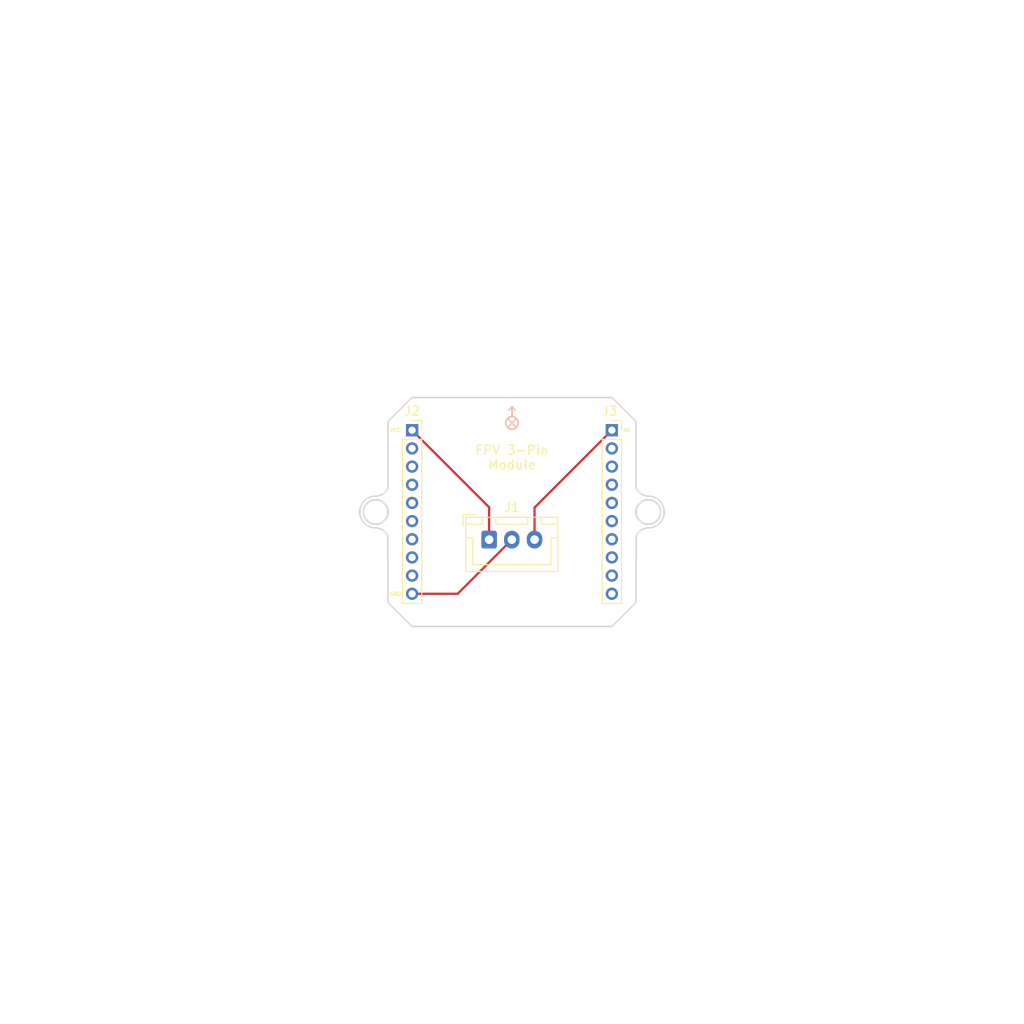
<source format=kicad_pcb>
(kicad_pcb (version 20221018) (generator pcbnew)
  (title_block (title "3-pin FPV Interface for Bitcraze Crazyflie 2.0") (date "2023-10-02") (company "Jose Ignacio Granados Marín") (comment 1 "Desarrollo de un vehículo aéreo no tripulado modular de bajo costo") (comment 2 "Trabajo Final de Graduación") (comment 3 "Área Académica de Ingeniería en Computadores") (comment 4 "Instituto Tecnológico de Costa Rica"))
  (layers (0 "F.Cu" signal) (31 "B.Cu" signal) (34 "B.Paste" user) (35 "F.Paste" user) (36 "B.SilkS" user "B.Silkscreen") (37 "F.SilkS" user "F.Silkscreen") (38 "B.Mask" user) (39 "F.Mask" user) (44 "Edge.Cuts" user))
  (net 0 "")
  (net 1 "Net-(J1-Pin_1)")
  (net 2 "Net-(J1-Pin_2)")
  (net 3 "Net-(J1-Pin_3)")
  (footprint "Connector_JST:JST_XH_B3B-XH-A_1x03_P2.50mm_Vertical" (layer "F.Cu") (at 139.05 94.17)
    (fp_text reference "J1" (at 2.5 -3.55) (layer "F.SilkS"))
    (fp_text value "Conn_01x03_Socket" hide)
    (fp_line (start -2.85 -2.75) (end -2.85 -1.5) (stroke (width 0.12)) (layer "F.SilkS"))
    (fp_line (start -2.56 -2.46) (end -2.56 3.51) (stroke (width 0.12)) (layer "F.SilkS"))
    (fp_line (start -2.56 3.51) (end 7.56 3.51) (stroke (width 0.12)) (layer "F.SilkS"))
    (fp_line (start -2.55 -2.45) (end -2.55 -1.7) (stroke (width 0.12)) (layer "F.SilkS"))
    (fp_line (start -2.55 -1.7) (end -0.75 -1.7) (stroke (width 0.12)) (layer "F.SilkS"))
    (fp_line (start -2.55 -0.2) (end -1.8 -0.2) (stroke (width 0.12)) (layer "F.SilkS"))
    (fp_line (start -1.8 -0.2) (end -1.8 2.75) (stroke (width 0.12)) (layer "F.SilkS"))
    (fp_line (start -1.8 2.75) (end 2.5 2.75) (stroke (width 0.12)) (layer "F.SilkS"))
    (fp_line (start -1.6 -2.75) (end -2.85 -2.75) (stroke (width 0.12)) (layer "F.SilkS"))
    (fp_line (start -0.75 -2.45) (end -2.55 -2.45) (stroke (width 0.12)) (layer "F.SilkS"))
    (fp_line (start -0.75 -1.7) (end -0.75 -2.45) (stroke (width 0.12)) (layer "F.SilkS"))
    (fp_line (start 0.75 -2.45) (end 0.75 -1.7) (stroke (width 0.12)) (layer "F.SilkS"))
    (fp_line (start 0.75 -1.7) (end 4.25 -1.7) (stroke (width 0.12)) (layer "F.SilkS"))
    (fp_line (start 4.25 -2.45) (end 0.75 -2.45) (stroke (width 0.12)) (layer "F.SilkS"))
    (fp_line (start 4.25 -1.7) (end 4.25 -2.45) (stroke (width 0.12)) (layer "F.SilkS"))
    (fp_line (start 5.75 -2.45) (end 5.75 -1.7) (stroke (width 0.12)) (layer "F.SilkS"))
    (fp_line (start 5.75 -1.7) (end 7.55 -1.7) (stroke (width 0.12)) (layer "F.SilkS"))
    (fp_line (start 6.8 -0.2) (end 6.8 2.75) (stroke (width 0.12)) (layer "F.SilkS"))
    (fp_line (start 6.8 2.75) (end 2.5 2.75) (stroke (width 0.12)) (layer "F.SilkS"))
    (fp_line (start 7.55 -2.45) (end 5.75 -2.45) (stroke (width 0.12)) (layer "F.SilkS"))
    (fp_line (start 7.55 -1.7) (end 7.55 -2.45) (stroke (width 0.12)) (layer "F.SilkS"))
    (fp_line (start 7.55 -0.2) (end 6.8 -0.2) (stroke (width 0.12)) (layer "F.SilkS"))
    (fp_line (start 7.56 -2.46) (end -2.56 -2.46) (stroke (width 0.12)) (layer "F.SilkS"))
    (fp_line (start 7.56 3.51) (end 7.56 -2.46) (stroke (width 0.12)) (layer "F.SilkS"))
    (pad "1" thru_hole roundrect (at 0 0) (size 1.7 1.95) (drill 0.95) (layers "*.Cu" "*.Mask") (roundrect_rratio 0.1470588235) (net 1 "Net-(J1-Pin_1)"))
    (pad "2" thru_hole oval (at 2.5 0) (size 1.7 1.95) (drill 0.95) (layers "*.Cu" "*.Mask") (net 2 "Net-(J1-Pin_2)"))
    (pad "3" thru_hole oval (at 5 0) (size 1.7 1.95) (drill 0.95) (layers "*.Cu" "*.Mask") (net 3 "Net-(J1-Pin_3)"))
  )
  (footprint "Connector_PinSocket_2.00mm:PinSocket_1x10_P2.00mm_Vertical" (layer "F.Cu") (at 130.5738 82.131)
    (fp_text reference "J2" (at 0.0062 -2.131) (layer "F.SilkS"))
    (fp_text value "Conn_01x10_Socket" hide)
    (fp_line (start -1.06 1) (end -1.06 19.06) (stroke (width 0.12)) (layer "F.SilkS"))
    (fp_line (start -1.06 1) (end 1.06 1) (stroke (width 0.12)) (layer "F.SilkS"))
    (fp_line (start -1.06 19.06) (end 1.06 19.06) (stroke (width 0.12)) (layer "F.SilkS"))
    (fp_line (start 0 -1.06) (end 1.06 -1.06) (stroke (width 0.12)) (layer "F.SilkS"))
    (fp_line (start 1.06 -1.06) (end 1.06 0) (stroke (width 0.12)) (layer "F.SilkS"))
    (fp_line (start 1.06 1) (end 1.06 19.06) (stroke (width 0.12)) (layer "F.SilkS"))
    (pad "1" thru_hole rect (at 0 0) (size 1.35 1.35) (drill 0.8) (layers "*.Cu" "*.Mask") (net 1 "Net-(J1-Pin_1)"))
    (pad "2" thru_hole oval (at 0 2) (size 1.35 1.35) (drill 0.8) (layers "*.Cu" "*.Mask"))
    (pad "3" thru_hole oval (at 0 4) (size 1.35 1.35) (drill 0.8) (layers "*.Cu" "*.Mask"))
    (pad "4" thru_hole oval (at 0 6) (size 1.35 1.35) (drill 0.8) (layers "*.Cu" "*.Mask"))
    (pad "5" thru_hole oval (at 0 8) (size 1.35 1.35) (drill 0.8) (layers "*.Cu" "*.Mask"))
    (pad "6" thru_hole oval (at 0 10) (size 1.35 1.35) (drill 0.8) (layers "*.Cu" "*.Mask"))
    (pad "7" thru_hole oval (at 0 12) (size 1.35 1.35) (drill 0.8) (layers "*.Cu" "*.Mask"))
    (pad "8" thru_hole oval (at 0 14) (size 1.35 1.35) (drill 0.8) (layers "*.Cu" "*.Mask"))
    (pad "9" thru_hole oval (at 0 16) (size 1.35 1.35) (drill 0.8) (layers "*.Cu" "*.Mask"))
    (pad "10" thru_hole oval (at 0 18) (size 1.35 1.35) (drill 0.8) (layers "*.Cu" "*.Mask") (net 2 "Net-(J1-Pin_2)"))
  )
  (footprint "bitcraze:EXP_ORIENTATION" (layer "F.Cu") (at 141.57 81.33 90)
    (fp_text reference "EXP_ORIENTATION" hide)
    (fp_text value "VAL**" hide)
    (fp_line (start 0 0) (end -0.475 -0.475) (stroke (width 0.15)) (layer "B.SilkS"))
    (fp_line (start 0 0) (end -0.475 0.475) (stroke (width 0.15)) (layer "B.SilkS"))
    (fp_line (start 0 0) (end 0.475 -0.475) (stroke (width 0.15)) (layer "B.SilkS"))
    (fp_line (start 0 0) (end 0.475 0.475) (stroke (width 0.15)) (layer "B.SilkS"))
    (fp_line (start 0.7 0) (end 1.8 0) (stroke (width 0.15)) (layer "B.SilkS"))
    (fp_line (start 1.8 0) (end 1.4 -0.35) (stroke (width 0.15)) (layer "B.SilkS"))
    (fp_line (start 1.8 0) (end 1.4 0.35) (stroke (width 0.15)) (layer "B.SilkS"))
    (fp_circle (center 0 0) (end 0.7 0.025) (stroke (width 0.15)) (fill none) (layer "B.SilkS"))
    (fp_line (start 0.7 0) (end 1.8 0) (stroke (width 0.15)) (layer "F.SilkS"))
    (fp_line (start 1.8 0) (end 1.4 -0.35) (stroke (width 0.15)) (layer "F.SilkS"))
    (fp_line (start 1.8 0) (end 1.4 0.35) (stroke (width 0.15)) (layer "F.SilkS"))
    (fp_circle (center 0 0) (end 0.075 0.025) (stroke (width 0.15)) (fill none) (layer "F.SilkS"))
    (fp_circle (center 0 0) (end 0.7 0.025) (stroke (width 0.15)) (fill none) (layer "F.SilkS"))
  )
  (footprint "Connector_PinSocket_2.00mm:PinSocket_1x10_P2.00mm_Vertical" (layer "F.Cu") (at 152.56 82.13)
    (fp_text reference "J3" (at -0.26 -2.12) (layer "F.SilkS"))
    (fp_text value "Conn_01x10_Socket" hide)
    (fp_line (start -1.06 1) (end -1.06 19.06) (stroke (width 0.12)) (layer "F.SilkS"))
    (fp_line (start -1.06 1) (end 1.06 1) (stroke (width 0.12)) (layer "F.SilkS"))
    (fp_line (start -1.06 19.06) (end 1.06 19.06) (stroke (width 0.12)) (layer "F.SilkS"))
    (fp_line (start 0 -1.06) (end 1.06 -1.06) (stroke (width 0.12)) (layer "F.SilkS"))
    (fp_line (start 1.06 -1.06) (end 1.06 0) (stroke (width 0.12)) (layer "F.SilkS"))
    (fp_line (start 1.06 1) (end 1.06 19.06) (stroke (width 0.12)) (layer "F.SilkS"))
    (pad "1" thru_hole rect (at 0 0) (size 1.35 1.35) (drill 0.8) (layers "*.Cu" "*.Mask") (net 3 "Net-(J1-Pin_3)"))
    (pad "2" thru_hole oval (at 0 2) (size 1.35 1.35) (drill 0.8) (layers "*.Cu" "*.Mask"))
    (pad "3" thru_hole oval (at 0 4) (size 1.35 1.35) (drill 0.8) (layers "*.Cu" "*.Mask"))
    (pad "4" thru_hole oval (at 0 6) (size 1.35 1.35) (drill 0.8) (layers "*.Cu" "*.Mask"))
    (pad "5" thru_hole oval (at 0 8) (size 1.35 1.35) (drill 0.8) (layers "*.Cu" "*.Mask"))
    (pad "6" thru_hole oval (at 0 10) (size 1.35 1.35) (drill 0.8) (layers "*.Cu" "*.Mask"))
    (pad "7" thru_hole oval (at 0 12) (size 1.35 1.35) (drill 0.8) (layers "*.Cu" "*.Mask"))
    (pad "8" thru_hole oval (at 0 14) (size 1.35 1.35) (drill 0.8) (layers "*.Cu" "*.Mask"))
    (pad "9" thru_hole oval (at 0 16) (size 1.35 1.35) (drill 0.8) (layers "*.Cu" "*.Mask"))
    (pad "10" thru_hole oval (at 0 18) (size 1.35 1.35) (drill 0.8) (layers "*.Cu" "*.Mask"))
  )
  (gr_line (start 158.068985 90.226924) (end 158.118114 90.314008) (stroke (width 0.15)) (layer "Edge.Cuts"))
  (gr_line (start 125.79956 92.701281) (end 125.890556 92.742717) (stroke (width 0.15)) (layer "Edge.Cuts"))
  (gr_line (start 157.956222 90.061876) (end 158.014962 90.142789) (stroke (width 0.15)) (layer "Edge.Cuts"))
  (gr_circle (center 126.57 91.13) (end 127.92 91.13) (stroke (width 0.2)) (fill none) (layer "Edge.Cuts"))
  (gr_line (start 127.410809 93.151502) (end 127.490012 93.212517) (stroke (width 0.15)) (layer "Edge.Cuts"))
  (gr_line (start 158.014962 90.142789) (end 158.068985 90.226924) (stroke (width 0.15)) (layer "Edge.Cuts"))
  (gr_line (start 155.242983 88.520967) (end 155.287026 88.610724) (stroke (width 0.15)) (layer "Edge.Cuts"))
  (gr_line (start 125.185129 92.199876) (end 125.248492 92.277222) (stroke (width 0.15)) (layer "Edge.Cuts"))
  (gr_line (start 157.954871 92.199876) (end 157.891508 92.277222) (stroke (width 0.15)) (layer "Edge.Cuts"))
  (gr_line (start 126.271467 89.405651) (end 126.173474 89.425515) (stroke (width 0.15)) (layer "Edge.Cuts"))
  (gr_line (start 127.12665 89.269266) (end 127.033021 89.304333) (stroke (width 0.15)) (layer "Edge.Cuts"))
  (gr_line (start 126.57 89.38) (end 126.470054 89.382856) (stroke (width 0.15)) (layer "Edge.Cuts"))
  (gr_line (start 155.205211 88.428396) (end 155.242983 88.520967) (stroke (width 0.15)) (layer "Edge.Cuts"))
  (gr_line (start 125.797574 89.559694) (end 125.709152 89.606372) (stroke (width 0.15)) (layer "Edge.Cuts"))
  (gr_line (start 155.45455 88.858951) (end 155.521312 88.933376) (stroke (width 0.15)) (layer "Edge.Cuts"))
  (gr_line (start 155.669361 89.067609) (end 155.749949 89.126783) (stroke (width 0.15)) (layer "Edge.Cuts"))
  (gr_line (start 125.387939 92.420439) (end 125.463567 92.485842) (stroke (width 0.15)) (layer "Edge.Cuts"))
  (gr_line (start 125.888518 89.518143) (end 125.797574 89.559694) (stroke (width 0.15)) (layer "Edge.Cuts"))
  (gr_line (start 127.92 81.18) (end 128.67 80.43) (stroke (width 0.15)) (layer "Edge.Cuts"))
  (gr_line (start 158.233939 91.672042) (end 158.200266 91.766188) (stroke (width 0.15)) (layer "Edge.Cuts"))
  (gr_line (start 154.47 80.43) (end 152.57 78.53) (stroke (width 0.15)) (layer "Edge.Cuts"))
  (gr_line (start 127.618688 88.933376) (end 127.546972 89.003038) (stroke (width 0.15)) (layer "Edge.Cuts"))
  (gr_line (start 127.813368 93.590636) (end 127.861353 93.678348) (stroke (width 0.15)) (layer "Edge.Cuts"))
  (gr_line (start 157.825373 89.910763) (end 157.892957 89.984449) (stroke (width 0.15)) (layer "Edge.Cuts"))
  (gr_line (start 127.240749 93.046543) (end 127.327589 93.096089) (stroke (width 0.15)) (layer "Edge.Cuts"))
  (gr_line (start 125.126287 92.119037) (end 125.185129 92.199876) (stroke (width 0.15)) (layer "Edge.Cuts"))
  (gr_line (start 125.248492 92.277222) (end 125.316169 92.350823) (stroke (width 0.15)) (layer "Edge.Cuts"))
  (gr_line (start 157.063225 89.450944) (end 157.158314 89.481853) (stroke (width 0.15)) (layer "Edge.Cuts"))
  (gr_line (start 155.22 101.08) (end 154.47 101.83) (stroke (width 0.15)) (layer "Edge.Cuts"))
  (gr_line (start 155.989299 93.003098) (end 155.899251 93.046543) (stroke (width 0.15)) (layer "Edge.Cuts"))
  (gr_line (start 158.285336 90.783413) (end 158.302331 90.881944) (stroke (width 0.15)) (layer "Edge.Cuts"))
  (gr_line (start 158.302016 91.380245) (end 158.284897 91.478755) (stroke (width 0.15)) (layer "Edge.Cuts"))
  (gr_line (start 124.82633 90.981285) (end 124.820683 91.081112) (stroke (width 0.15)) (layer "Edge.Cuts"))
  (gr_line (start 158.284897 91.478755) (end 158.26218 91.576127) (stroke (width 0.15)) (layer "Edge.Cuts"))
  (gr_line (start 157.597192 92.546819) (end 157.514599 92.603172) (stroke (width 0.15)) (layer "Edge.Cuts"))
  (gr_line (start 124.877258 90.686012) (end 124.854664 90.783413) (stroke (width 0.15)) (layer "Edge.Cuts"))
  (gr_line (start 125.314627 89.910763) (end 125.247043 89.984449) (stroke (width 0.15)) (layer "Edge.Cuts"))
  (gr_line (start 158.26218 91.576127) (end 158.233939 91.672042) (stroke (width 0.15)) (layer "Edge.Cuts"))
  (gr_line (start 125.98377 92.778889) (end 126.078898 92.809678) (stroke (width 0.15)) (layer "Edge.Cuts"))
  (gr_line (start 155.393059 88.780117) (end 155.45455 88.858951) (stroke (width 0.15)) (layer "Edge.Cuts"))
  (gr_line (start 158.234622 90.590062) (end 158.262742 90.686012) (stroke (width 0.15)) (layer "Edge.Cuts"))
  (gr_line (start 127.934789 88.428396) (end 127.92 81.18) (stroke (width 0.15)) (layer "Edge.Cuts"))
  (gr_line (start 127.033021 89.304333) (end 126.937204 89.332884) (stroke (width 0.15)) (layer "Edge.Cuts"))
  (gr_line (start 155.922351 89.227851) (end 156.01335 89.269266) (stroke (width 0.15)) (layer "Edge.Cuts"))
  (gr_line (start 127.564822 93.278846) (end 127.634884 93.350172) (stroke (width 0.15)) (layer "Edge.Cuts"))
  (gr_line (start 124.837984 91.380245) (end 124.855103 91.478755) (stroke (width 0.15)) (layer "Edge.Cuts"))
  (gr_line (start 157.430848 89.606372) (end 157.51646 89.658023) (stroke (width 0.15)) (layer "Edge.Cuts"))
  (gr_line (start 127.390051 89.126783) (end 127.305588 89.180281) (stroke (width 0.15)) (layer "Edge.Cuts"))
  (gr_line (start 156.498807 89.378256) (end 156.57 89.38) (stroke (width 0.15)) (layer "Edge.Cuts"))
  (gr_line (start 156.57217 92.879999) (end 156.472254 92.88357) (stroke (width 0.15)) (layer "Edge.Cuts"))
  (gr_line (start 125.183778 90.061876) (end 125.125038 90.142789) (stroke (width 0.15)) (layer "Edge.Cuts"))
  (gr_circle (center 156.57 91.13) (end 157.92 91.13) (stroke (width 0.2)) (fill none) (layer "Edge.Cuts"))
  (gr_line (start 127.852974 88.610724) (end 127.80287 88.697244) (stroke (width 0.15)) (layer "Edge.Cuts"))
  (gr_line (start 158.118114 90.314008) (end 158.16219 90.403755) (stroke (width 0.15)) (layer "Edge.Cuts"))
  (gr_line (start 125.247043 89.984449) (end 125.183778 90.061876) (stroke (width 0.15)) (layer "Edge.Cuts"))
  (gr_line (start 125.461854 89.775557) (end 125.386309 89.841056) (stroke (width 0.15)) (layer "Edge.Cuts"))
  (gr_line (start 157.249444 92.742717) (end 157.15623 92.778889) (stroke (width 0.15)) (layer "Edge.Cuts"))
  (gr_line (start 157.15623 92.778889) (end 157.061102 92.809678) (stroke (width 0.15)) (layer "Edge.Cuts"))
  (gr_line (start 125.386309 89.841056) (end 125.314627 89.910763) (stroke (width 0.15)) (layer "Edge.Cuts"))
  (gr_line (start 124.939734 91.766188) (end 124.978729 91.858256) (stroke (width 0.15)) (layer "Edge.Cuts"))
  (gr_line (start 126.937204 89.332884) (end 126.839652 89.354785) (stroke (width 0.15)) (layer "Edge.Cuts"))
  (gr_line (start 157.51646 89.658023) (end 157.598982 89.71448) (stroke (width 0.15)) (layer "Edge.Cuts"))
  (gr_line (start 157.428922 92.654715) (end 157.34044 92.701281) (stroke (width 0.15)) (layer "Edge.Cuts"))
  (gr_line (start 124.978729 91.858256) (end 125.022918 91.947948) (stroke (width 0.15)) (layer "Edge.Cuts"))
  (gr_line (start 126.56783 92.879999) (end 126.667746 92.88357) (stroke (width 0.15)) (layer "Edge.Cuts"))
  (gr_line (start 127.057874 92.965963) (end 127.150701 93.003098) (stroke (width 0.15)) (layer "Edge.Cuts"))
  (gr_line (start 156.372821 92.894017) (end 156.274344 92.911292) (stroke (width 0.15)) (layer "Edge.Cuts"))
  (gr_line (start 156.177292 92.935312) (end 156.082126 92.965963) (stroke (width 0.15)) (layer "Edge.Cuts"))
  (gr_line (start 157.892957 89.984449) (end 157.956222 90.061876) (stroke (width 0.15)) (layer "Edge.Cuts"))
  (gr_line (start 158.31367 90.981285) (end 158.319317 91.081112) (stroke (width 0.15)) (layer "Edge.Cuts"))
  (gr_line (start 124.938931 90.495873) (end 124.905378 90.590062) (stroke (width 0.15)) (layer "Edge.Cuts"))
  (gr_line (start 126.370435 89.391416) (end 126.271467 89.405651) (stroke (width 0.15)) (layer "Edge.Cuts"))
  (gr_line (start 127.68545 88.858951) (end 127.618688 88.933376) (stroke (width 0.15)) (layer "Edge.Cuts"))
  (gr_line (start 156.399174 89.369933) (end 156.498807 89.378256) (stroke (width 0.15)) (layer "Edge.Cuts"))
  (gr_line (start 155.22 81.18) (end 154.47 80.43) (stroke (width 0.15)) (layer "Edge.Cuts"))
  (gr_line (start 124.826519 91.280918) (end 124.837984 91.380245) (stroke (width 0.15)) (layer "Edge.Cuts"))
  (gr_line (start 157.514599 92.603172) (end 157.428922 92.654715) (stroke (width 0.15)) (layer "Edge.Cuts"))
  (gr_line (start 158.013713 92.119037) (end 157.954871 92.199876) (stroke (width 0.15)) (layer "Edge.Cuts"))
  (gr_line (start 156.202796 89.332884) (end 156.300348 89.354785) (stroke (width 0.15)) (layer "Edge.Cuts"))
  (gr_line (start 156.106979 89.304333) (end 156.202796 89.332884) (stroke (width 0.15)) (layer "Edge.Cuts"))
  (gr_line (start 155.575178 93.278846) (end 155.505116 93.350172) (stroke (width 0.15)) (layer "Edge.Cuts"))
  (gr_line (start 125.072158 92.03497) (end 125.126287 92.119037) (stroke (width 0.15)) (layer "Edge.Cuts"))
  (gr_line (start 127.934789 88.428396) (end 127.897017 88.520967) (stroke (width 0.15)) (layer "Edge.Cuts"))
  (gr_line (start 156.866353 92.854725) (end 156.767367 92.868835) (stroke (width 0.15)) (layer "Edge.Cuts"))
  (gr_line (start 124.820683 91.081112) (end 124.820746 91.181099) (stroke (width 0.15)) (layer "Edge.Cuts"))
  (gr_line (start 157.342426 89.559694) (end 157.430848 89.606372) (stroke (width 0.15)) (layer "Edge.Cuts"))
  (gr_line (start 124.87782 91.576127) (end 124.906061 91.672042) (stroke (width 0.15)) (layer "Edge.Cuts"))
  (gr_line (start 125.981686 89.481853) (end 125.888518 89.518143) (stroke (width 0.15)) (layer "Edge.Cuts"))
  (gr_line (start 126.076775 89.450944) (end 125.981686 89.481853) (stroke (width 0.15)) (layer "Edge.Cuts"))
  (gr_line (start 125.021886 90.314008) (end 124.97781 90.403755) (stroke (width 0.15)) (layer "Edge.Cuts"))
  (gr_line (start 155.729191 93.151502) (end 155.649988 93.212517) (stroke (width 0.15)) (layer "Edge.Cuts"))
  (gr_line (start 125.125038 90.142789) (end 125.071015 90.226924) (stroke (width 0.15)) (layer "Edge.Cuts"))
  (gr_line (start 126.641193 89.378256) (end 126.57 89.38) (stroke (width 0.15)) (layer "Edge.Cuts"))
  (gr_line (start 157.251482 89.518143) (end 157.342426 89.559694) (stroke (width 0.15)) (layer "Edge.Cuts"))
  (gr_line (start 155.380547 93.506438) (end 155.326632 93.590636) (stroke (width 0.15)) (layer "Edge.Cuts"))
  (gr_line (start 125.709152 89.606372) (end 125.62354 89.658023) (stroke (width 0.15)) (layer "Edge.Cuts"))
  (gr_line (start 126.839652 89.354785) (end 126.740826 89.369933) (stroke (width 0.15)) (layer "Edge.Cuts"))
  (gr_line (start 130.57 78.53) (end 150.77 78.53) (stroke (width 0.15)) (layer "Edge.Cuts"))
  (gr_line (start 156.01335 89.269266) (end 156.106979 89.304333) (stroke (width 0.15)) (layer "Edge.Cuts"))
  (gr_line (start 127.92 101.08) (end 128.67 101.83) (stroke (width 0.15)) (layer "Edge.Cuts"))
  (gr_line (start 156.274344 92.911292) (end 156.177292 92.935312) (stroke (width 0.15)) (layer "Edge.Cuts"))
  (gr_line (start 156.868533 89.405651) (end 156.966526 89.425515) (stroke (width 0.15)) (layer "Edge.Cuts"))
  (gr_line (start 126.175628 92.834985) (end 126.273647 92.854725) (stroke (width 0.15)) (layer "Edge.Cuts"))
  (gr_line (start 156.966526 89.425515) (end 157.063225 89.450944) (stroke (width 0.15)) (layer "Edge.Cuts"))
  (gr_line (start 157.158314 89.481853) (end 157.251482 89.518143) (stroke (width 0.15)) (layer "Edge.Cuts"))
  (gr_line (start 125.542808 92.546819) (end 125.625401 92.603172) (stroke (width 0.15)) (layer "Edge.Cuts"))
  (gr_line (start 155.521312 88.933376) (end 155.593028 89.003038) (stroke (width 0.15)) (layer "Edge.Cuts"))
  (gr_line (start 154.47 101.83) (end 152.57 103.73) (stroke (width 0.15)) (layer "Edge.Cuts"))
  (gr_line (start 127.327589 93.096089) (end 127.410809 93.151502) (stroke (width 0.15)) (layer "Edge.Cuts"))
  (gr_line (start 124.820746 91.181099) (end 124.826519 91.280918) (stroke (width 0.15)) (layer "Edge.Cuts"))
  (gr_line (start 157.598982 89.71448) (end 157.678146 89.775557) (stroke (width 0.15)) (layer "Edge.Cuts"))
  (gr_line (start 126.173474 89.425515) (end 126.076775 89.450944) (stroke (width 0.15)) (layer "Edge.Cuts"))
  (gr_line (start 125.625401 92.603172) (end 125.711078 92.654715) (stroke (width 0.15)) (layer "Edge.Cuts"))
  (gr_line (start 127.150701 93.003098) (end 127.240749 93.046543) (stroke (width 0.15)) (layer "Edge.Cuts"))
  (gr_line (start 125.62354 89.658023) (end 125.541018 89.71448) (stroke (width 0.15)) (layer "Edge.Cuts"))
  (gr_line (start 158.201069 90.495873) (end 158.234622 90.590062) (stroke (width 0.15)) (layer "Edge.Cuts"))
  (gr_line (start 124.905378 90.590062) (end 124.877258 90.686012) (stroke (width 0.15)) (layer "Edge.Cuts"))
  (gr_line (start 125.022918 91.947948) (end 125.072158 92.03497) (stroke (width 0.15)) (layer "Edge.Cuts"))
  (gr_line (start 127.80287 88.697244) (end 127.746941 88.780117) (stroke (width 0.15)) (layer "Edge.Cuts"))
  (gr_line (start 156.667737 92.877269) (end 156.57217 92.879999) (stroke (width 0.15)) (layer "Edge.Cuts"))
  (gr_line (start 158.262742 90.686012) (end 158.285336 90.783413) (stroke (width 0.15)) (layer "Edge.Cuts"))
  (gr_line (start 128.67 80.43) (end 130.57 78.53) (stroke (width 0.15)) (layer "Edge.Cuts"))
  (gr_line (start 157.891508 92.277222) (end 157.823831 92.350823) (stroke (width 0.15)) (layer "Edge.Cuts"))
  (gr_line (start 155.205211 88.428396) (end 155.22 81.18) (stroke (width 0.15)) (layer "Edge.Cuts"))
  (gr_line (start 125.463567 92.485842) (end 125.542808 92.546819) (stroke (width 0.15)) (layer "Edge.Cuts"))
  (gr_line (start 125.711078 92.654715) (end 125.79956 92.701281) (stroke (width 0.15)) (layer "Edge.Cuts"))
  (gr_line (start 124.906061 91.672042) (end 124.939734 91.766188) (stroke (width 0.15)) (layer "Edge.Cuts"))
  (gr_line (start 156.769565 89.391416) (end 156.868533 89.405651) (stroke (width 0.15)) (layer "Edge.Cuts"))
  (gr_line (start 127.490012 93.212517) (end 127.564822 93.278846) (stroke (width 0.15)) (layer "Edge.Cuts"))
  (gr_line (start 125.890556 92.742717) (end 125.98377 92.778889) (stroke (width 0.15)) (layer "Edge.Cuts"))
  (gr_line (start 127.746941 88.780117) (end 127.68545 88.858951) (stroke (width 0.15)) (layer "Edge.Cuts"))
  (gr_line (start 156.57 89.38) (end 156.669946 89.382856) (stroke (width 0.15)) (layer "Edge.Cuts"))
  (gr_line (start 126.470054 89.382856) (end 126.370435 89.391416) (stroke (width 0.15)) (layer "Edge.Cuts"))
  (gr_line (start 155.287026 88.610724) (end 155.33713 88.697244) (stroke (width 0.15)) (layer "Edge.Cuts"))
  (gr_line (start 156.57217 92.879999) (end 156.57217 92.879999) (stroke (width 0.15)) (layer "Edge.Cuts"))
  (gr_line (start 158.067842 92.03497) (end 158.013713 92.119037) (stroke (width 0.15)) (layer "Edge.Cuts"))
  (gr_line (start 155.278647 93.678348) (end 155.236821 93.769159) (stroke (width 0.15)) (layer "Edge.Cuts"))
  (gr_line (start 126.472263 92.877269) (end 126.56783 92.879999) (stroke (width 0.15)) (layer "Edge.Cuts"))
  (gr_line (start 158.117082 91.947948) (end 158.067842 92.03497) (stroke (width 0.15)) (layer "Edge.Cuts"))
  (gr_line (start 126.273647 92.854725) (end 126.372633 92.868835) (stroke (width 0.15)) (layer "Edge.Cuts"))
  (gr_line (start 124.854664 90.783413) (end 124.837669 90.881944) (stroke (width 0.15)) (layer "Edge.Cuts"))
  (gr_line (start 152.57 78.53) (end 150.77 78.53) (stroke (width 0.15)) (layer "Edge.Cuts"))
  (gr_line (start 126.078898 92.809678) (end 126.175628 92.834985) (stroke (width 0.15)) (layer "Edge.Cuts"))
  (gr_line (start 128.67 101.83) (end 130.57 103.73) (stroke (width 0.15)) (layer "Edge.Cuts"))
  (gr_line (start 125.316169 92.350823) (end 125.387939 92.420439) (stroke (width 0.15)) (layer "Edge.Cuts"))
  (gr_line (start 155.593028 89.003038) (end 155.669361 89.067609) (stroke (width 0.15)) (layer "Edge.Cuts"))
  (gr_line (start 155.749949 89.126783) (end 155.834412 89.180281) (stroke (width 0.15)) (layer "Edge.Cuts"))
  (gr_line (start 124.97781 90.403755) (end 124.938931 90.495873) (stroke (width 0.15)) (layer "Edge.Cuts"))
  (gr_line (start 157.678146 89.775557) (end 157.753691 89.841056) (stroke (width 0.15)) (layer "Edge.Cuts"))
  (gr_line (start 155.440137 93.426157) (end 155.380547 93.506438) (stroke (width 0.15)) (layer "Edge.Cuts"))
  (gr_line (start 157.753691 89.841056) (end 157.825373 89.910763) (stroke (width 0.15)) (layer "Edge.Cuts"))
  (gr_line (start 158.319317 91.081112) (end 158.319254 91.181099) (stroke (width 0.15)) (layer "Edge.Cuts"))
  (gr_line (start 158.161271 91.858256) (end 158.117082 91.947948) (stroke (width 0.15)) (layer "Edge.Cuts"))
  (gr_line (start 155.33713 88.697244) (end 155.393059 88.780117) (stroke (width 0.15)) (layer "Edge.Cuts"))
  (gr_line (start 126.740826 89.369933) (end 126.641193 89.378256) (stroke (width 0.15)) (layer "Edge.Cuts"))
  (gr_line (start 127.861353 93.678348) (end 127.903179 93.769159) (stroke (width 0.15)) (layer "Edge.Cuts"))
  (gr_line (start 127.634884 93.350172) (end 127.699863 93.426157) (stroke (width 0.15)) (layer "Edge.Cuts"))
  (gr_line (start 126.372633 92.868835) (end 126.472263 92.877269) (stroke (width 0.15)) (layer "Edge.Cuts"))
  (gr_line (start 155.812411 93.096089) (end 155.729191 93.151502) (stroke (width 0.15)) (layer "Edge.Cuts"))
  (gr_line (start 156.767367 92.868835) (end 156.667737 92.877269) (stroke (width 0.15)) (layer "Edge.Cuts"))
  (gr_line (start 158.16219 90.403755) (end 158.201069 90.495873) (stroke (width 0.15)) (layer "Edge.Cuts"))
  (gr_line (start 127.305588 89.180281) (end 127.217649 89.227851) (stroke (width 0.15)) (layer "Edge.Cuts"))
  (gr_line (start 127.903179 93.769159) (end 127.92 101.08) (stroke (width 0.15)) (layer "Edge.Cuts"))
  (gr_line (start 152.57 103.73) (end 130.57 103.73) (stroke (width 0.15)) (layer "Edge.Cuts"))
  (gr_line (start 157.823831 92.350823) (end 157.752061 92.420439) (stroke (width 0.15)) (layer "Edge.Cuts"))
  (gr_line (start 127.470639 89.067609) (end 127.390051 89.126783) (stroke (width 0.15)) (layer "Edge.Cuts"))
  (gr_line (start 127.217649 89.227851) (end 127.12665 89.269266) (stroke (width 0.15)) (layer "Edge.Cuts"))
  (gr_line (start 124.837669 90.881944) (end 124.82633 90.981285) (stroke (width 0.15)) (layer "Edge.Cuts"))
  (gr_line (start 127.897017 88.520967) (end 127.852974 88.610724) (stroke (width 0.15)) (layer "Edge.Cuts"))
  (gr_line (start 125.541018 89.71448) (end 125.461854 89.775557) (stroke (width 0.15)) (layer "Edge.Cuts"))
  (gr_line (start 156.964372 92.834985) (end 156.866353 92.854725) (stroke (width 0.15)) (layer "Edge.Cuts"))
  (gr_line (start 156.669946 89.382856) (end 156.769565 89.391416) (stroke (width 0.15)) (layer "Edge.Cuts"))
  (gr_line (start 157.752061 92.420439) (end 157.676433 92.485842) (stroke (width 0.15)) (layer "Edge.Cuts"))
  (gr_line (start 155.505116 93.350172) (end 155.440137 93.426157) (stroke (width 0.15)) (layer "Edge.Cuts"))
  (gr_line (start 125.071015 90.226924) (end 125.021886 90.314008) (stroke (width 0.15)) (layer "Edge.Cuts"))
  (gr_line (start 126.962708 92.935312) (end 127.057874 92.965963) (stroke (width 0.15)) (layer "Edge.Cuts"))
  (gr_line (start 158.313481 91.280918) (end 158.302016 91.380245) (stroke (width 0.15)) (layer "Edge.Cuts"))
  (gr_line (start 126.667746 92.88357) (end 126.767179 92.894017) (stroke (width 0.15)) (layer "Edge.Cuts"))
  (gr_line (start 127.546972 89.003038) (end 127.470639 89.067609) (stroke (width 0.15)) (layer "Edge.Cuts"))
  (gr_line (start 124.855103 91.478755) (end 124.87782 91.576127) (stroke (width 0.15)) (layer "Edge.Cuts"))
  (gr_line (start 156.082126 92.965963) (end 155.989299 93.003098) (stroke (width 0.15)) (layer "Edge.Cuts"))
  (gr_line (start 158.200266 91.766188) (end 158.161271 91.858256) (stroke (width 0.15)) (layer "Edge.Cuts"))
  (gr_line (start 155.236821 93.769159) (end 155.22 101.08) (stroke (width 0.15)) (layer "Edge.Cuts"))
  (gr_line (start 157.34044 92.701281) (end 157.249444 92.742717) (stroke (width 0.15)) (layer "Edge.Cuts"))
  (gr_line (start 155.899251 93.046543) (end 155.812411 93.096089) (stroke (width 0.15)) (layer "Edge.Cuts"))
  (gr_line (start 126.865656 92.911292) (end 126.962708 92.935312) (stroke (width 0.15)) (layer "Edge.Cuts"))
  (gr_line (start 155.834412 89.180281) (end 155.922351 89.227851) (stroke (width 0.15)) (layer "Edge.Cuts"))
  (gr_line (start 158.302331 90.881944) (end 158.31367 90.981285) (stroke (width 0.15)) (layer "Edge.Cuts"))
  (gr_line (start 127.759453 93.506438) (end 127.813368 93.590636) (stroke (width 0.15)) (layer "Edge.Cuts"))
  (gr_line (start 155.326632 93.590636) (end 155.278647 93.678348) (stroke (width 0.15)) (layer "Edge.Cuts"))
  (gr_line (start 157.676433 92.485842) (end 157.597192 92.546819) (stroke (width 0.15)) (layer "Edge.Cuts"))
  (gr_line (start 158.319254 91.181099) (end 158.313481 91.280918) (stroke (width 0.15)) (layer "Edge.Cuts"))
  (gr_line (start 155.649988 93.212517) (end 155.575178 93.278846) (stroke (width 0.15)) (layer "Edge.Cuts"))
  (gr_line (start 127.699863 93.426157) (end 127.759453 93.506438) (stroke (width 0.15)) (layer "Edge.Cuts"))
  (gr_line (start 156.300348 89.354785) (end 156.399174 89.369933) (stroke (width 0.15)) (layer "Edge.Cuts"))
  (gr_line (start 126.767179 92.894017) (end 126.865656 92.911292) (stroke (width 0.15)) (layer "Edge.Cuts"))
  (gr_line (start 157.061102 92.809678) (end 156.964372 92.834985) (stroke (width 0.15)) (layer "Edge.Cuts"))
  (gr_line (start 156.472254 92.88357) (end 156.372821 92.894017) (stroke (width 0.15)) (layer "Edge.Cuts"))
  (gr_text "A0" (at 154.1902 82.1308) (layer "F.SilkS") (effects (font (size 0.4 0.4) (thickness 0.1) bold)))
  (gr_text "GND" (at 128.7502 100.1308) (layer "F.SilkS") (effects (font (size 0.4 0.4) (thickness 0.1) bold)))
  (gr_text "VCC" (at 128.7502 82.1108) (layer "F.SilkS") (effects (font (size 0.4 0.4) (thickness 0.1) bold)))
  (gr_text "FPV 3-Pin\nModule" (at 141.563 85.1188) (layer "F.SilkS") (effects (font (size 1 1))))
  (segment (start 139.05 94.17) (end 139.05 90.6072) (width 0.25) (layer "F.Cu") (net 1))
  (segment (start 139.05 90.6072) (end 130.5738 82.131) (width 0.25) (layer "F.Cu") (net 1))
  (segment (start 135.589 100.131) (end 130.5738 100.131) (width 0.25) (layer "F.Cu") (net 2))
  (segment (start 141.55 94.17) (end 135.589 100.131) (width 0.25) (layer "F.Cu") (net 2))
  (segment (start 144.05 90.64) (end 152.56 82.13) (width 0.25) (layer "F.Cu") (net 3))
  (segment (start 144.05 94.17) (end 144.05 90.64) (width 0.25) (layer "F.Cu") (net 3))
)
</source>
